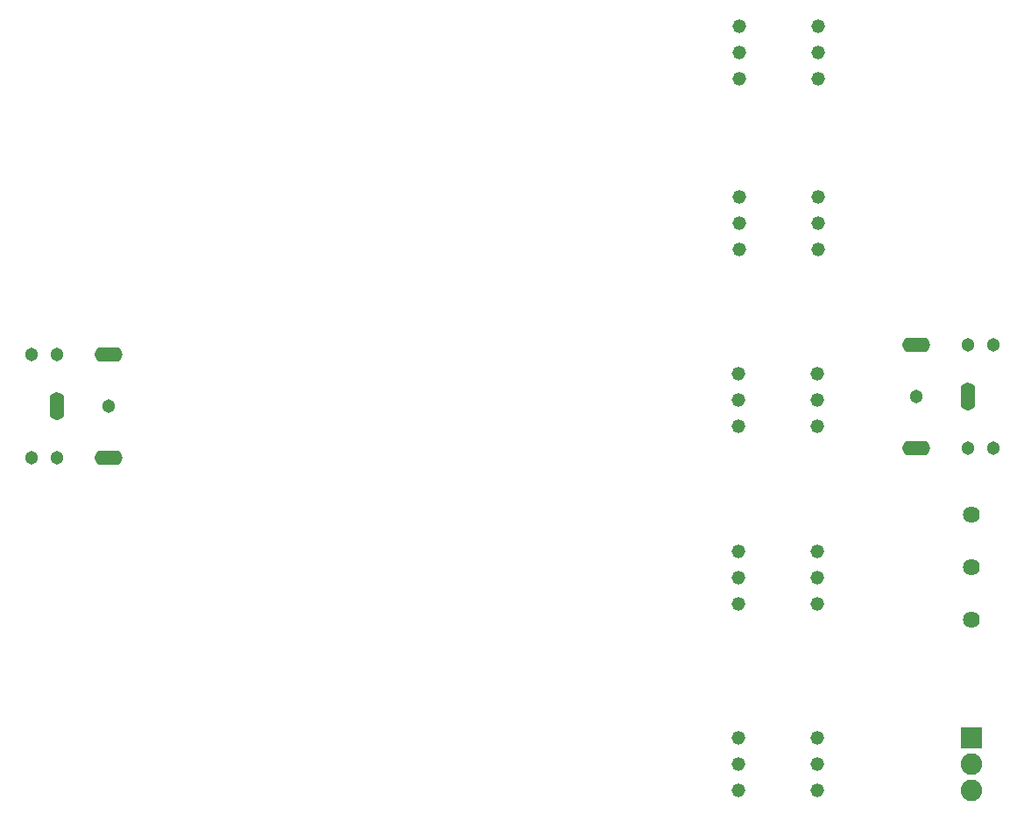
<source format=gbs>
G04 #@! TF.GenerationSoftware,KiCad,Pcbnew,(5.1.2)-2*
G04 #@! TF.CreationDate,2021-02-16T01:53:12-08:00*
G04 #@! TF.ProjectId,FiveStageStereoEQ,46697665-5374-4616-9765-53746572656f,v01*
G04 #@! TF.SameCoordinates,Original*
G04 #@! TF.FileFunction,Soldermask,Bot*
G04 #@! TF.FilePolarity,Negative*
%FSLAX46Y46*%
G04 Gerber Fmt 4.6, Leading zero omitted, Abs format (unit mm)*
G04 Created by KiCad (PCBNEW (5.1.2)-2) date 2021-02-16 01:53:12*
%MOMM*%
%LPD*%
G04 APERTURE LIST*
%ADD10O,1.409600X2.717600*%
%ADD11O,2.717600X1.409600*%
%ADD12C,1.301600*%
%ADD13C,1.318600*%
%ADD14C,1.625600*%
%ADD15C,2.081600*%
%ADD16R,2.081600X2.081600*%
G04 APERTURE END LIST*
D10*
X176149000Y-93345000D03*
D11*
X171149000Y-88345000D03*
X171149000Y-98345000D03*
D12*
X178649000Y-98345000D03*
X176149000Y-98345000D03*
X171149000Y-93345000D03*
X178649000Y-88345000D03*
X176149000Y-88345000D03*
X88138000Y-99234000D03*
X85638000Y-99234000D03*
X93138000Y-94234000D03*
X88138000Y-89234000D03*
X85638000Y-89234000D03*
D11*
X93138000Y-89234000D03*
X93138000Y-99234000D03*
D10*
X88138000Y-94234000D03*
D13*
X153987500Y-96202500D03*
X153987500Y-93662500D03*
X153987500Y-91122500D03*
X161607500Y-96202500D03*
X161607500Y-91122500D03*
X161607500Y-93662500D03*
X153987500Y-131445000D03*
X153987500Y-128905000D03*
X153987500Y-126365000D03*
X161607500Y-131445000D03*
X161607500Y-126365000D03*
X161607500Y-128905000D03*
X161694500Y-76581000D03*
X161694500Y-74041000D03*
X161694500Y-79121000D03*
X154074500Y-74041000D03*
X154074500Y-76581000D03*
X154074500Y-79121000D03*
X154114500Y-62611000D03*
X154114500Y-60071000D03*
X154114500Y-57531000D03*
X161734500Y-62611000D03*
X161734500Y-57531000D03*
X161734500Y-60071000D03*
D14*
X176530000Y-104775000D03*
X176530000Y-114935000D03*
X176530000Y-109855000D03*
D13*
X161607500Y-110871000D03*
X161607500Y-108331000D03*
X161607500Y-113411000D03*
X153987500Y-108331000D03*
X153987500Y-110871000D03*
X153987500Y-113411000D03*
D15*
X176530000Y-131445000D03*
X176530000Y-128895000D03*
D16*
X176530000Y-126345000D03*
M02*

</source>
